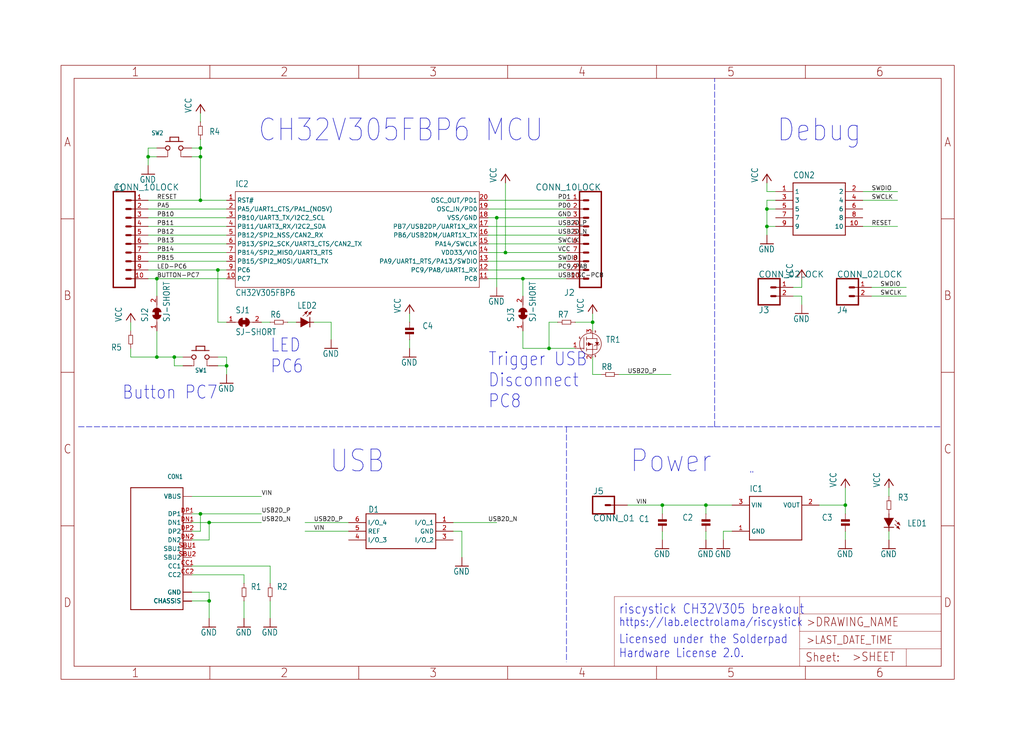
<source format=kicad_sch>
(kicad_sch (version 20211123) (generator eeschema)
  (paper "User" 298.45 217.881)
  (lib_symbols
    (symbol "eagleSchem-eagle-import:A4L-LOC"
      (symbol "A4L-LOC_0_0"
        (text "1" (at 21.6958 1.905 0) (effects (font (size 2.54 2.286))))
        (text "1" (at 21.6958 177.165 0) (effects (font (size 2.54 2.286))))
        (text "2" (at 65.0875 1.905 0) (effects (font (size 2.54 2.286))))
        (text "2" (at 65.0875 177.165 0) (effects (font (size 2.54 2.286))))
        (text "3" (at 108.4792 1.905 0) (effects (font (size 2.54 2.286))))
        (text "3" (at 108.4792 177.165 0) (effects (font (size 2.54 2.286))))
        (text "4" (at 151.8708 1.905 0) (effects (font (size 2.54 2.286))))
        (text "4" (at 151.8708 177.165 0) (effects (font (size 2.54 2.286))))
        (text "5" (at 195.2625 1.905 0) (effects (font (size 2.54 2.286))))
        (text "5" (at 195.2625 177.165 0) (effects (font (size 2.54 2.286))))
        (text "6" (at 238.6542 1.905 0) (effects (font (size 2.54 2.286))))
        (text "6" (at 238.6542 177.165 0) (effects (font (size 2.54 2.286))))
        (text "A" (at 1.905 156.6863 0) (effects (font (size 2.54 2.286))))
        (text "A" (at 258.445 156.6863 0) (effects (font (size 2.54 2.286))))
        (text "B" (at 1.905 111.9188 0) (effects (font (size 2.54 2.286))))
        (text "B" (at 258.445 111.9188 0) (effects (font (size 2.54 2.286))))
        (text "C" (at 1.905 67.1513 0) (effects (font (size 2.54 2.286))))
        (text "C" (at 258.445 67.1513 0) (effects (font (size 2.54 2.286))))
        (text "D" (at 1.905 22.3838 0) (effects (font (size 2.54 2.286))))
        (text "D" (at 258.445 22.3838 0) (effects (font (size 2.54 2.286))))
      )
      (symbol "A4L-LOC_1_0"
        (text ">DRAWING_NAME" (at 217.17 15.24 0) (effects (font (size 2.54 2.159)) (justify left bottom)))
        (text ">LAST_DATE_TIME" (at 217.17 10.16 0) (effects (font (size 2.286 1.9431)) (justify left bottom)))
        (text ">SHEET" (at 230.505 5.08 0) (effects (font (size 2.54 2.159)) (justify left bottom)))
        (text "Sheet:" (at 216.916 4.953 0) (effects (font (size 2.54 2.159)) (justify left bottom)))
      )
    )
    (symbol "eagleSchem-eagle-import:CAP-0402"
      (property "Reference" "C" (at -2.54 2.54 0))
      (property "Value" "CAP-0402" (at -2.54 -3.81 0))
      (symbol "CAP-0402_1_0"
        (pin passive line (at -2.54 0 0) (length 0) (name "1") (number "1"))
        (pin passive line (at 2.54 0 180) (length 0) (name "2") (number "2"))
      )
    )
    (symbol "eagleSchem-eagle-import:CAP-0603"
      (property "Reference" "C" (at -2.54 2.54 0))
      (property "Value" "CAP-0603" (at -2.54 -3.81 0))
      (symbol "CAP-0603_1_0"
        (pin passive line (at -2.54 0 0) (length 0) (name "1") (number "1"))
        (pin passive line (at 2.54 0 180) (length 0) (name "2") (number "2"))
      )
    )
    (symbol "eagleSchem-eagle-import:CONN_01"
      (property "Reference" "J" (at -2.54 3.048 0))
      (property "Value" "CONN_01" (at -2.54 -4.826 0))
      (symbol "CONN_01_1_0"
        (pin passive line (at 7.62 0 180) (length 5.08) (name "1") (number "1"))
      )
    )
    (symbol "eagleSchem-eagle-import:CONN_02LOCK"
      (property "Reference" "J" (at -2.54 5.588 0))
      (property "Value" "CONN_02LOCK" (at -2.54 -4.826 0))
      (symbol "CONN_02LOCK_1_0"
        (pin passive line (at 7.62 0 180) (length 5.08) (name "1") (number "1"))
        (pin passive line (at 7.62 2.54 180) (length 5.08) (name "2") (number "2"))
      )
    )
    (symbol "eagleSchem-eagle-import:CONN_10LOCK"
      (property "Reference" "J" (at 0 8.128 0))
      (property "Value" "CONN_10LOCK" (at 0 -22.606 0))
      (symbol "CONN_10LOCK_1_0"
        (pin passive line (at 10.16 -17.78 180) (length 5.08) (name "1") (number "1"))
        (pin passive line (at 10.16 5.08 180) (length 5.08) (name "10") (number "10"))
        (pin passive line (at 10.16 -15.24 180) (length 5.08) (name "2") (number "2"))
        (pin passive line (at 10.16 -12.7 180) (length 5.08) (name "3") (number "3"))
        (pin passive line (at 10.16 -10.16 180) (length 5.08) (name "4") (number "4"))
        (pin passive line (at 10.16 -7.62 180) (length 5.08) (name "5") (number "5"))
        (pin passive line (at 10.16 -5.08 180) (length 5.08) (name "6") (number "6"))
        (pin passive line (at 10.16 -2.54 180) (length 5.08) (name "7") (number "7"))
        (pin passive line (at 10.16 0 180) (length 5.08) (name "8") (number "8"))
        (pin passive line (at 10.16 2.54 180) (length 5.08) (name "9") (number "9"))
      )
    )
    (symbol "eagleSchem-eagle-import:CON_1.27MM_SMD_2X5_NOSHROUD"
      (property "Reference" "CON" (at -7.62 8.89 0))
      (property "Value" "CON_1.27MM_SMD_2X5_NOSHROUD" (at -7.62 -10.16 0))
      (symbol "CON_1.27MM_SMD_2X5_NOSHROUD_1_0"
        (pin bidirectional line (at -12.7 5.08 0) (length 5.08) (name "1") (number "1"))
        (pin bidirectional line (at 12.7 -5.08 180) (length 5.08) (name "10") (number "10"))
        (pin bidirectional line (at 12.7 5.08 180) (length 5.08) (name "2") (number "2"))
        (pin bidirectional line (at -12.7 2.54 0) (length 5.08) (name "3") (number "3"))
        (pin bidirectional line (at 12.7 2.54 180) (length 5.08) (name "4") (number "4"))
        (pin bidirectional line (at -12.7 0 0) (length 5.08) (name "5") (number "5"))
        (pin bidirectional line (at 12.7 0 180) (length 5.08) (name "6") (number "6"))
        (pin bidirectional line (at -12.7 -2.54 0) (length 5.08) (name "7") (number "7"))
        (pin bidirectional line (at 12.7 -2.54 180) (length 5.08) (name "8") (number "8"))
        (pin bidirectional line (at -12.7 -5.08 0) (length 5.08) (name "9") (number "9"))
      )
    )
    (symbol "eagleSchem-eagle-import:DIODE-TVS-SRV05-4"
      (property "Reference" "D" (at 26.67 7.62 0))
      (property "Value" "DIODE-TVS-SRV05-4" (at 26.67 5.08 0))
      (symbol "DIODE-TVS-SRV05-4_1_0"
        (pin bidirectional line (at 0 0 0) (length 5.08) (name "I/O_1") (number "1"))
        (pin bidirectional line (at 0 -2.54 0) (length 5.08) (name "GND") (number "2"))
        (pin bidirectional line (at 0 -5.08 0) (length 5.08) (name "I/O_2") (number "3"))
        (pin bidirectional line (at 30.48 -5.08 180) (length 5.08) (name "I/O_3") (number "4"))
        (pin bidirectional line (at 30.48 -2.54 180) (length 5.08) (name "REF") (number "5"))
        (pin bidirectional line (at 30.48 0 180) (length 5.08) (name "I/O_4") (number "6"))
      )
    )
    (symbol "eagleSchem-eagle-import:GND" (power)
      (property "Value" "GND" (at -2.54 -2.54 0))
      (symbol "GND_1_0"
        (pin power_in line (at 0 2.54 270) (length 2.54) (name "GND") (number "1"))
      )
    )
    (symbol "eagleSchem-eagle-import:LED-0805"
      (property "Reference" "LED" (at -2.3114 3.9116 0))
      (property "Value" "LED-0805" (at -2.5654 -4.4958 0))
      (symbol "LED-0805_1_0"
        (pin passive line (at -2.54 0 0) (length 2.54) (name "A") (number "A"))
        (pin passive line (at 2.54 0 180) (length 2.54) (name "C") (number "C"))
      )
    )
    (symbol "eagleSchem-eagle-import:MCU-CH32V305F"
      (property "Reference" "IC" (at -35.56 16.51 0))
      (property "Value" "MCU-CH32V305F" (at -35.56 -15.24 0))
      (symbol "MCU-CH32V305F_1_0"
        (pin bidirectional line (at -38.1 12.7 0) (length 2.54) (name "RST#") (number "1"))
        (pin bidirectional line (at -38.1 -10.16 0) (length 2.54) (name "PC7") (number "10"))
        (pin bidirectional line (at 38.1 -10.16 180) (length 2.54) (name "PC8") (number "11"))
        (pin bidirectional line (at 38.1 -7.62 180) (length 2.54) (name "PC9/PA8/UART1_RX") (number "12"))
        (pin bidirectional line (at 38.1 -5.08 180) (length 2.54) (name "PA9/UART1_RTS/PA13/SWDIO") (number "13"))
        (pin bidirectional line (at 38.1 -2.54 180) (length 2.54) (name "VDD33/VIO") (number "14"))
        (pin bidirectional line (at 38.1 0 180) (length 2.54) (name "PA14/SWCLK") (number "15"))
        (pin bidirectional line (at 38.1 2.54 180) (length 2.54) (name "PB6/USB2DM/UART1X_TX") (number "16"))
        (pin bidirectional line (at 38.1 5.08 180) (length 2.54) (name "PB7/USB2DP/UART1X_RX") (number "17"))
        (pin bidirectional line (at 38.1 7.62 180) (length 2.54) (name "VSS/GND") (number "18"))
        (pin bidirectional line (at 38.1 10.16 180) (length 2.54) (name "OSC_IN/PD0") (number "19"))
        (pin bidirectional line (at -38.1 10.16 0) (length 2.54) (name "PA5/UART1_CTS/PA1_(NO5V)") (number "2"))
        (pin bidirectional line (at 38.1 12.7 180) (length 2.54) (name "OSC_OUT/PD1") (number "20"))
        (pin bidirectional line (at -38.1 7.62 0) (length 2.54) (name "PB10/UART3_TX/I2C2_SCL") (number "3"))
        (pin bidirectional line (at -38.1 5.08 0) (length 2.54) (name "PB11/UART3_RX/I2C2_SDA") (number "4"))
        (pin bidirectional line (at -38.1 2.54 0) (length 2.54) (name "PB12/SPI2_NSS/CAN2_RX") (number "5"))
        (pin bidirectional line (at -38.1 0 0) (length 2.54) (name "PB13/SPI2_SCK/UART3_CTS/CAN2_TX") (number "6"))
        (pin bidirectional line (at -38.1 -2.54 0) (length 2.54) (name "PB14/SPI2_MISO/UART3_RTS") (number "7"))
        (pin bidirectional line (at -38.1 -5.08 0) (length 2.54) (name "PB15/SPI2_MOSI/UART1_TX") (number "8"))
        (pin bidirectional line (at -38.1 -7.62 0) (length 2.54) (name "PC6") (number "9"))
      )
    )
    (symbol "eagleSchem-eagle-import:MOSFET-P-SI2301CDS"
      (property "Reference" "TR" (at 3.81 0 0))
      (property "Value" "MOSFET-P-SI2301CDS" (at 3.81 -2.54 0))
      (symbol "MOSFET-P-SI2301CDS_1_0"
        (text "D" (at 0.508 2.032 0) (effects (font (size 0.508 0.4318)) (justify left bottom)))
        (text "G" (at -4.064 0.254 0) (effects (font (size 0.508 0.4318)) (justify left bottom)))
        (text "S" (at 0.508 -5.08 0) (effects (font (size 0.508 0.4318)) (justify left bottom)))
        (pin input line (at -5.08 -2.54 0) (length 0) (name "G") (number "1"))
        (pin input line (at 0 -5.08 90) (length 0) (name "S") (number "2"))
        (pin output line (at 0 2.54 270) (length 0) (name "D") (number "3"))
      )
    )
    (symbol "eagleSchem-eagle-import:POWER-LDO-XC6206P???MR"
      (property "Reference" "IC" (at -7.62 6.35 0))
      (property "Value" "POWER-LDO-XC6206P???MR" (at -7.62 -10.16 0))
      (symbol "POWER-LDO-XC6206P???MR_1_0"
        (pin bidirectional line (at -12.7 -5.08 0) (length 5.08) (name "GND") (number "1"))
        (pin bidirectional line (at 12.7 2.54 180) (length 5.08) (name "VOUT") (number "2"))
        (pin bidirectional line (at -12.7 2.54 0) (length 5.08) (name "VIN") (number "3"))
      )
    )
    (symbol "eagleSchem-eagle-import:PUSHBUTTON-4.2X3.2MM"
      (property "Reference" "SW" (at 3.175 3.175 0))
      (property "Value" "PUSHBUTTON-4.2X3.2MM" (at 3.175 1.905 0))
      (symbol "PUSHBUTTON-4.2X3.2MM_1_0"
        (pin bidirectional line (at -5.08 0 0) (length 2.54) (name "1_1") (number "1"))
        (pin bidirectional line (at -5.08 -2.54 0) (length 2.54) (name "1_2") (number "2"))
        (pin bidirectional line (at 5.08 0 180) (length 2.54) (name "2_1") (number "3"))
        (pin bidirectional line (at 5.08 -2.54 180) (length 2.54) (name "2_2") (number "4"))
      )
    )
    (symbol "eagleSchem-eagle-import:RES-0402"
      (property "Reference" "R" (at -2.54 1.27 0))
      (property "Value" "RES-0402" (at -2.54 -2.54 0))
      (symbol "RES-0402_1_0"
        (pin passive line (at -2.54 0 0) (length 0) (name "1") (number "1"))
        (pin passive line (at 2.54 0 180) (length 0) (name "2") (number "2"))
      )
    )
    (symbol "eagleSchem-eagle-import:SJ-SHORT"
      (property "Reference" "SJ" (at -2.54 2.54 0))
      (property "Value" "SJ-SHORT" (at -2.54 -3.81 0))
      (symbol "SJ-SHORT_1_0"
        (pin passive line (at -5.08 0 0) (length 2.54) (name "1") (number "1"))
        (pin passive line (at 5.08 0 180) (length 2.54) (name "2") (number "2"))
      )
    )
    (symbol "eagleSchem-eagle-import:USBC_USB-C-12"
      (property "Reference" "CON" (at 0 38.1 0))
      (property "Value" "USBC_USB-C-12" (at 0 -2.54 0))
      (symbol "USBC_USB-C-12_1_0"
        (pin bidirectional line (at -2.54 12.7 0) (length 2.54) (name "CC1") (number "CC1"))
        (pin bidirectional line (at -2.54 10.16 0) (length 2.54) (name "CC2") (number "CC2"))
        (pin bidirectional line (at -2.54 25.4 0) (length 2.54) (name "DN1") (number "DN1"))
        (pin bidirectional line (at -2.54 20.32 0) (length 2.54) (name "DN2") (number "DN2"))
        (pin bidirectional line (at -2.54 27.94 0) (length 2.54) (name "DP1") (number "DP1"))
        (pin bidirectional line (at -2.54 22.86 0) (length 2.54) (name "DP2") (number "DP2"))
        (pin bidirectional line (at -2.54 5.08 0) (length 2.54) (name "GND") (number "GND@1"))
        (pin bidirectional line (at -2.54 5.08 0) (length 2.54) (name "GND") (number "GND@2"))
        (pin bidirectional line (at -2.54 2.54 0) (length 2.54) (name "CHASSIS") (number "P$1"))
        (pin bidirectional line (at -2.54 2.54 0) (length 2.54) (name "CHASSIS") (number "P$2"))
        (pin bidirectional line (at -2.54 2.54 0) (length 2.54) (name "CHASSIS") (number "P$3"))
        (pin bidirectional line (at -2.54 2.54 0) (length 2.54) (name "CHASSIS") (number "P$4"))
        (pin bidirectional line (at -2.54 2.54 0) (length 2.54) (name "CHASSIS") (number "P$5"))
        (pin bidirectional line (at -2.54 2.54 0) (length 2.54) (name "CHASSIS") (number "P$6"))
        (pin bidirectional line (at -2.54 2.54 0) (length 2.54) (name "CHASSIS") (number "P$7"))
        (pin bidirectional line (at -2.54 2.54 0) (length 2.54) (name "CHASSIS") (number "P$8"))
        (pin bidirectional line (at -2.54 17.78 0) (length 2.54) (name "SBU1") (number "SBU1"))
        (pin bidirectional line (at -2.54 15.24 0) (length 2.54) (name "SBU2") (number "SBU2"))
        (pin bidirectional line (at -2.54 33.02 0) (length 2.54) (name "VBUS") (number "VBUS@1"))
        (pin bidirectional line (at -2.54 33.02 0) (length 2.54) (name "VBUS") (number "VBUS@2"))
      )
    )
    (symbol "eagleSchem-eagle-import:VCC" (power)
      (property "Value" "VCC" (at -2.54 -2.54 90))
      (symbol "VCC_1_0"
        (pin power_in line (at 0 -2.54 90) (length 2.54) (name "VCC") (number "1"))
      )
    )
  )
  (junction (at 223.52 60.96))
  (junction (at 60.96 152.4))
  (junction (at 152.4 81.28))
  (junction (at 45.72 104.14))
  (junction (at 246.38 147.32))
  (junction (at 58.42 149.86))
  (junction (at 223.52 66.04))
  (junction (at 172.72 93.98))
  (junction (at 144.78 63.5))
  (junction (at 205.74 147.32))
  (junction (at 193.04 147.32))
  (junction (at 160.02 101.6))
  (junction (at 147.32 73.66))
  (junction (at 63.5 78.74))
  (junction (at 43.18 45.72))
  (junction (at 66.04 106.68))
  (junction (at 45.72 81.28))
  (junction (at 58.42 58.42))
  (junction (at 60.96 175.26))
  (junction (at 50.8 104.14))
  (junction (at 58.42 43.18))
  (junction (at 58.42 45.72))
  (wire (pts (xy 152.4 81.28) (xy 165.1 81.28)))
  (wire (pts (xy 53.34 104.14) (xy 50.8 104.14)))
  (wire (pts (xy 63.5 78.74) (xy 66.04 78.74)))
  (wire (pts (xy 55.88 167.64) (xy 71.12 167.64)))
  (wire (pts (xy 132.08 152.4) (xy 144.78 152.4)))
  (wire (pts (xy 223.52 58.42) (xy 223.52 60.96)))
  (wire (pts (xy 172.72 93.98) (xy 172.72 96.52)))
  (wire (pts (xy 66.04 106.68) (xy 66.04 109.22)))
  (wire (pts (xy 43.18 58.42) (xy 58.42 58.42)))
  (wire (pts (xy 226.06 58.42) (xy 223.52 58.42)))
  (wire (pts (xy 142.24 73.66) (xy 147.32 73.66)))
  (wire (pts (xy 63.5 106.68) (xy 66.04 106.68)))
  (wire (pts (xy 60.96 175.26) (xy 60.96 180.34)))
  (wire (pts (xy 50.8 104.14) (xy 45.72 104.14)))
  (wire (pts (xy 233.68 86.36) (xy 233.68 88.9)))
  (wire (pts (xy 264.16 86.36) (xy 254 86.36)))
  (wire (pts (xy 45.72 45.72) (xy 43.18 45.72)))
  (wire (pts (xy 147.32 73.66) (xy 165.1 73.66)))
  (wire (pts (xy 63.5 93.98) (xy 63.5 78.74)))
  (wire (pts (xy 226.06 55.88) (xy 223.52 55.88)))
  (wire (pts (xy 246.38 149.86) (xy 246.38 147.32)))
  (wire (pts (xy 144.78 63.5) (xy 144.78 83.82)))
  (wire (pts (xy 58.42 154.94) (xy 58.42 149.86)))
  (wire (pts (xy 142.24 81.28) (xy 152.4 81.28)))
  (wire (pts (xy 119.38 91.44) (xy 119.38 93.98)))
  (wire (pts (xy 142.24 78.74) (xy 165.1 78.74)))
  (wire (pts (xy 142.24 66.04) (xy 165.1 66.04)))
  (wire (pts (xy 261.62 58.42) (xy 251.46 58.42)))
  (wire (pts (xy 43.18 66.04) (xy 66.04 66.04)))
  (polyline (pts (xy 165.1 124.46) (xy 208.28 124.46)))
  (wire (pts (xy 205.74 147.32) (xy 213.36 147.32)))
  (wire (pts (xy 142.24 71.12) (xy 165.1 71.12)))
  (wire (pts (xy 43.18 43.18) (xy 43.18 45.72)))
  (wire (pts (xy 246.38 142.24) (xy 246.38 147.32)))
  (wire (pts (xy 142.24 68.58) (xy 165.1 68.58)))
  (wire (pts (xy 193.04 154.94) (xy 193.04 157.48)))
  (wire (pts (xy 43.18 73.66) (xy 66.04 73.66)))
  (wire (pts (xy 60.96 152.4) (xy 76.2 152.4)))
  (wire (pts (xy 55.88 157.48) (xy 60.96 157.48)))
  (wire (pts (xy 88.9 152.4) (xy 101.6 152.4)))
  (wire (pts (xy 172.72 104.14) (xy 172.72 109.22)))
  (wire (pts (xy 152.4 96.52) (xy 152.4 101.6)))
  (wire (pts (xy 261.62 66.04) (xy 251.46 66.04)))
  (wire (pts (xy 43.18 71.12) (xy 66.04 71.12)))
  (wire (pts (xy 152.4 86.36) (xy 152.4 81.28)))
  (wire (pts (xy 172.72 109.22) (xy 175.26 109.22)))
  (wire (pts (xy 205.74 154.94) (xy 205.74 157.48)))
  (wire (pts (xy 134.62 154.94) (xy 134.62 162.56)))
  (wire (pts (xy 167.64 93.98) (xy 172.72 93.98)))
  (wire (pts (xy 55.88 154.94) (xy 58.42 154.94)))
  (wire (pts (xy 58.42 58.42) (xy 66.04 58.42)))
  (wire (pts (xy 66.04 93.98) (xy 63.5 93.98)))
  (wire (pts (xy 78.74 93.98) (xy 76.2 93.98)))
  (wire (pts (xy 55.88 152.4) (xy 60.96 152.4)))
  (wire (pts (xy 231.14 86.36) (xy 233.68 86.36)))
  (wire (pts (xy 142.24 60.96) (xy 165.1 60.96)))
  (wire (pts (xy 205.74 147.32) (xy 205.74 149.86)))
  (wire (pts (xy 58.42 35.56) (xy 58.42 33.02)))
  (polyline (pts (xy 208.28 124.46) (xy 208.28 22.86)))
  (wire (pts (xy 238.76 147.32) (xy 246.38 147.32)))
  (wire (pts (xy 101.6 154.94) (xy 88.9 154.94)))
  (wire (pts (xy 55.88 175.26) (xy 60.96 175.26)))
  (wire (pts (xy 246.38 154.94) (xy 246.38 157.48)))
  (wire (pts (xy 45.72 81.28) (xy 66.04 81.28)))
  (wire (pts (xy 144.78 63.5) (xy 165.1 63.5)))
  (wire (pts (xy 71.12 175.26) (xy 71.12 180.34)))
  (polyline (pts (xy 22.86 124.46) (xy 165.1 124.46)))
  (wire (pts (xy 71.12 167.64) (xy 71.12 170.18)))
  (wire (pts (xy 55.88 149.86) (xy 58.42 149.86)))
  (wire (pts (xy 162.56 93.98) (xy 160.02 93.98)))
  (wire (pts (xy 50.8 106.68) (xy 50.8 104.14)))
  (wire (pts (xy 43.18 81.28) (xy 45.72 81.28)))
  (wire (pts (xy 142.24 76.2) (xy 165.1 76.2)))
  (wire (pts (xy 55.88 165.1) (xy 78.74 165.1)))
  (wire (pts (xy 38.1 96.52) (xy 38.1 93.98)))
  (wire (pts (xy 147.32 73.66) (xy 147.32 53.34)))
  (wire (pts (xy 53.34 106.68) (xy 50.8 106.68)))
  (wire (pts (xy 172.72 91.44) (xy 172.72 93.98)))
  (wire (pts (xy 96.52 93.98) (xy 96.52 99.06)))
  (wire (pts (xy 160.02 93.98) (xy 160.02 101.6)))
  (wire (pts (xy 58.42 45.72) (xy 58.42 43.18)))
  (wire (pts (xy 78.74 175.26) (xy 78.74 180.34)))
  (wire (pts (xy 233.68 83.82) (xy 233.68 81.28)))
  (wire (pts (xy 43.18 68.58) (xy 66.04 68.58)))
  (wire (pts (xy 180.34 109.22) (xy 195.58 109.22)))
  (wire (pts (xy 223.52 60.96) (xy 223.52 66.04)))
  (wire (pts (xy 43.18 78.74) (xy 63.5 78.74)))
  (wire (pts (xy 210.82 154.94) (xy 210.82 157.48)))
  (wire (pts (xy 45.72 96.52) (xy 45.72 104.14)))
  (wire (pts (xy 132.08 154.94) (xy 134.62 154.94)))
  (wire (pts (xy 58.42 149.86) (xy 76.2 149.86)))
  (wire (pts (xy 43.18 63.5) (xy 66.04 63.5)))
  (wire (pts (xy 60.96 157.48) (xy 60.96 152.4)))
  (wire (pts (xy 259.08 154.94) (xy 259.08 157.48)))
  (wire (pts (xy 167.64 101.6) (xy 160.02 101.6)))
  (wire (pts (xy 226.06 66.04) (xy 223.52 66.04)))
  (polyline (pts (xy 208.28 124.46) (xy 274.32 124.46)))
  (wire (pts (xy 55.88 45.72) (xy 58.42 45.72)))
  (wire (pts (xy 213.36 154.94) (xy 210.82 154.94)))
  (wire (pts (xy 55.88 144.78) (xy 76.2 144.78)))
  (wire (pts (xy 91.44 93.98) (xy 96.52 93.98)))
  (wire (pts (xy 264.16 83.82) (xy 254 83.82)))
  (wire (pts (xy 45.72 43.18) (xy 43.18 43.18)))
  (wire (pts (xy 78.74 165.1) (xy 78.74 170.18)))
  (wire (pts (xy 119.38 99.06) (xy 119.38 101.6)))
  (wire (pts (xy 43.18 60.96) (xy 66.04 60.96)))
  (wire (pts (xy 226.06 60.96) (xy 223.52 60.96)))
  (wire (pts (xy 45.72 104.14) (xy 38.1 104.14)))
  (wire (pts (xy 43.18 76.2) (xy 66.04 76.2)))
  (wire (pts (xy 58.42 45.72) (xy 58.42 58.42)))
  (wire (pts (xy 193.04 147.32) (xy 182.88 147.32)))
  (wire (pts (xy 43.18 45.72) (xy 43.18 48.26)))
  (wire (pts (xy 66.04 104.14) (xy 66.04 106.68)))
  (wire (pts (xy 86.36 93.98) (xy 83.82 93.98)))
  (wire (pts (xy 223.52 66.04) (xy 223.52 68.58)))
  (wire (pts (xy 142.24 58.42) (xy 165.1 58.42)))
  (wire (pts (xy 38.1 104.14) (xy 38.1 101.6)))
  (wire (pts (xy 193.04 149.86) (xy 193.04 147.32)))
  (wire (pts (xy 160.02 101.6) (xy 152.4 101.6)))
  (wire (pts (xy 58.42 43.18) (xy 58.42 40.64)))
  (wire (pts (xy 193.04 147.32) (xy 205.74 147.32)))
  (wire (pts (xy 45.72 86.36) (xy 45.72 81.28)))
  (wire (pts (xy 142.24 63.5) (xy 144.78 63.5)))
  (wire (pts (xy 261.62 55.88) (xy 251.46 55.88)))
  (wire (pts (xy 55.88 172.72) (xy 60.96 172.72)))
  (wire (pts (xy 223.52 55.88) (xy 223.52 53.34)))
  (polyline (pts (xy 165.1 124.46) (xy 165.1 193.04)))
  (wire (pts (xy 63.5 104.14) (xy 66.04 104.14)))
  (wire (pts (xy 231.14 83.82) (xy 233.68 83.82)))
  (wire (pts (xy 259.08 144.78) (xy 259.08 142.24)))
  (wire (pts (xy 55.88 43.18) (xy 58.42 43.18)))
  (wire (pts (xy 60.96 172.72) (xy 60.96 175.26)))
  (text "Licensed under the Solderpad\nHardware License 2.0." (at 180.34 188.595 0) (effects (font (size 2.54 2.159)) (justify left)))
  (text "CH32V305FBP6 MCU" (at 116.84 38.1 180) (effects (font (size 6.35 5.3975))))
  (text "LED\nPC6" (at 78.74 109.22 180) (effects (font (size 3.81 3.2385)) (justify left bottom)))
  (text "Debug" (at 238.76 38.1 180) (effects (font (size 6.35 5.3975))))
  (text "USB" (at 104.14 134.62 180) (effects (font (size 6.35 5.3975))))
  (text "Trigger USB\nDisconnect\nPC8" (at 142.24 119.38 180) (effects (font (size 3.81 3.2385)) (justify left bottom)))
  (text "Button PC7" (at 35.56 116.84 180) (effects (font (size 3.81 3.2385)) (justify left bottom)))
  (text "Power" (at 195.58 134.62 180) (effects (font (size 6.35 5.3975))))
  (text "riscystick CH32V305 breakout" (at 180.34 177.8 180) (effects (font (size 2.794 2.3749)) (justify left)))
  (text "https://lab.electrolama/riscystick" (at 180.34 181.61 180) (effects (font (size 2.413 2.051)) (justify left)))
  (text "\"" (at 218.44 139.7 180) (effects (font (size 1.778 1.5113)) (justify left bottom)))
  (label "USB2D_P" (at 162.56 66.04 0) (effects (font (size 1.2446 1.2446))))
  (label "USB2D_N" (at 142.24 152.4 0) (effects (font (size 1.2446 1.2446))))
  (label "VCC" (at 162.56 73.66 0) (effects (font (size 1.2446 1.2446))))
  (label "PB12" (at 45.72 68.58 0) (effects (font (size 1.2446 1.2446))))
  (label "USB2D_N" (at 162.56 68.58 0) (effects (font (size 1.2446 1.2446))))
  (label "PB11" (at 45.72 66.04 0) (effects (font (size 1.2446 1.2446))))
  (label "USB2D_N" (at 76.2 152.4 0) (effects (font (size 1.2446 1.2446))))
  (label "PB10" (at 45.72 63.5 0) (effects (font (size 1.2446 1.2446))))
  (label "VIN" (at 76.2 144.78 0) (effects (font (size 1.2446 1.2446))))
  (label "BUTTON-PC7" (at 45.72 81.28 0) (effects (font (size 1.2446 1.2446))))
  (label "PC9/PA8" (at 162.56 78.74 0) (effects (font (size 1.2446 1.2446))))
  (label "PB15" (at 45.72 76.2 0) (effects (font (size 1.2446 1.2446))))
  (label "PD1" (at 162.56 58.42 0) (effects (font (size 1.2446 1.2446))))
  (label "VIN" (at 91.44 154.94 0) (effects (font (size 1.2446 1.2446))))
  (label "USB2D_P" (at 76.2 149.86 0) (effects (font (size 1.2446 1.2446))))
  (label "SWCLK" (at 256.54 86.36 0) (effects (font (size 1.2446 1.2446))))
  (label "SWDIO" (at 162.56 76.2 0) (effects (font (size 1.2446 1.2446))))
  (label "VIN" (at 185.42 147.32 0) (effects (font (size 1.2446 1.2446))))
  (label "SWDIO" (at 256.54 83.82 0) (effects (font (size 1.2446 1.2446))))
  (label "PA5" (at 45.72 60.96 0) (effects (font (size 1.2446 1.2446))))
  (label "USB2D_P" (at 91.44 152.4 0) (effects (font (size 1.2446 1.2446))))
  (label "PB14" (at 45.72 73.66 0) (effects (font (size 1.2446 1.2446))))
  (label "LED-PC6" (at 45.72 78.74 0) (effects (font (size 1.2446 1.2446))))
  (label "SWCLK" (at 254 58.42 0) (effects (font (size 1.2446 1.2446))))
  (label "RESET" (at 45.72 58.42 0) (effects (font (size 1.2446 1.2446))))
  (label "SWCLK" (at 162.56 71.12 0) (effects (font (size 1.2446 1.2446))))
  (label "GND" (at 162.56 63.5 0) (effects (font (size 1.2446 1.2446))))
  (label "USB2D_P" (at 182.88 109.22 0) (effects (font (size 1.2446 1.2446))))
  (label "PD0" (at 162.56 60.96 0) (effects (font (size 1.2446 1.2446))))
  (label "USBDISC-PC8" (at 162.56 81.28 0) (effects (font (size 1.2446 1.2446))))
  (label "SWDIO" (at 254 55.88 0) (effects (font (size 1.2446 1.2446))))
  (label "RESET" (at 254 66.04 0) (effects (font (size 1.2446 1.2446))))
  (label "PB13" (at 45.72 71.12 0) (effects (font (size 1.2446 1.2446))))
  (symbol (lib_id "eagleSchem-eagle-import:MCU-CH32V305F") (at 104.14 71.12 0) (unit 1)
    (property "Reference" "IC2" (at 68.58 54.61 0) (effects (font (size 1.778 1.5113)) (justify left bottom)))
    (property "Value" "CH32V305FBP6" (at 68.58 86.36 0) (effects (font (size 1.778 1.5113)) (justify left bottom)))
    (property "Footprint" "eagleSchem:TSSOP20-WCH" (effects hide))
  )
  (symbol (lib_id "eagleSchem-eagle-import:SJ-SHORT") (at 152.4 91.44 90) (unit 1)
    (property "Reference" "SJ3" (at 149.86 93.98 0) (effects (font (size 1.778 1.5113)) (justify left bottom)))
    (property "Value" "SJ-SHORT" (at 156.21 93.98 0) (effects (font (size 1.778 1.5113)) (justify left bottom)))
    (property "Footprint" "eagleSchem:SJ-SHORT" (effects hide))
  )
  (symbol (lib_id "eagleSchem-eagle-import:GND") (at 210.82 160.02 0) (unit 1)
    (property "Reference" "#GND24" (effects hide))
    (property "Value" "GND" (at 208.28 162.56 0) (effects (font (size 1.778 1.5113)) (justify left bottom)))
    (property "Footprint" "eagleSchem:" (effects hide))
  )
  (symbol (lib_id "eagleSchem-eagle-import:CONN_01") (at 175.26 147.32 0) (unit 1)
    (property "Reference" "J5" (at 172.72 144.272 0) (effects (font (size 1.778 1.778)) (justify left bottom)))
    (property "Value" "CONN_01" (at 172.72 152.146 0) (effects (font (size 1.778 1.778)) (justify left bottom)))
    (property "Footprint" "eagleSchem:1X01" (effects hide))
  )
  (symbol (lib_id "eagleSchem-eagle-import:CAP-0603") (at 193.04 152.4 270) (unit 1)
    (property "Reference" "C1" (at 189.357 150.3426 90) (effects (font (size 1.778 1.5113)) (justify right top)))
    (property "Value" "10u" (at 189.357 152.8826 90) (effects (font (size 1.778 1.5113)) (justify right top)))
    (property "Footprint" "eagleSchem:_PKG_C_0603" (effects hide))
    (property "Value" "10u" (effects hide))
  )
  (symbol (lib_id "eagleSchem-eagle-import:DIODE-TVS-SRV05-4") (at 132.08 152.4 0) (mirror y) (unit 1)
    (property "Reference" "D1" (at 107.315 148.59 0) (effects (font (size 1.778 1.5113)) (justify right)))
    (property "Value" "SRV05-4" (at 106.68 161.925 0) (effects (font (size 1.778 1.5113)) (justify right)))
    (property "Footprint" "eagleSchem:SOT95P280X145-6N" (effects hide))
    (property "Value" "SRV05-4" (effects hide))
  )
  (symbol (lib_id "eagleSchem-eagle-import:CAP-0402") (at 119.38 96.52 270) (unit 1)
    (property "Reference" "C4" (at 123.063 96.0374 90) (effects (font (size 1.778 1.5113)) (justify left bottom)))
    (property "Value" "100n" (at 123.063 98.5774 90) (effects (font (size 1.778 1.5113)) (justify left bottom)))
    (property "Footprint" "eagleSchem:_PKG_C_0402" (effects hide))
    (property "Value" "100n" (effects hide))
  )
  (symbol (lib_id "eagleSchem-eagle-import:VCC") (at 246.38 139.7 0) (unit 1)
    (property "Reference" "#P+1" (effects hide))
    (property "Value" "VCC" (at 243.84 142.24 90) (effects (font (size 1.778 1.5113)) (justify left bottom)))
    (property "Footprint" "eagleSchem:" (effects hide))
  )
  (symbol (lib_id "eagleSchem-eagle-import:GND") (at 223.52 71.12 0) (unit 1)
    (property "Reference" "#GND17" (effects hide))
    (property "Value" "GND" (at 220.98 73.66 0) (effects (font (size 1.778 1.5113)) (justify left bottom)))
    (property "Footprint" "eagleSchem:" (effects hide))
  )
  (symbol (lib_id "eagleSchem-eagle-import:MOSFET-P-SI2301CDS") (at 172.72 99.06 0) (unit 1)
    (property "Reference" "TR1" (at 176.53 99.06 0) (effects (font (size 1.778 1.5113)) (justify left)))
    (property "Value" "SI2301CDS" (at 176.53 101.6 0) (effects (font (size 1.778 1.5113)) (justify left)))
    (property "Footprint" "eagleSchem:SOT96P237X111-3N" (effects hide))
    (property "Value" "SI2301CDS" (effects hide))
  )
  (symbol (lib_id "eagleSchem-eagle-import:RES-0402") (at 165.1 93.98 180) (unit 1)
    (property "Reference" "R7" (at 162.56 92.71 0) (effects (font (size 1.778 1.5113)) (justify right top)))
    (property "Value" "100k" (at 162.56 97.79 0) (effects (font (size 1.778 1.5113)) (justify right top)))
    (property "Footprint" "eagleSchem:_PKG_R_0402" (effects hide))
    (property "Value" "100k" (effects hide))
  )
  (symbol (lib_id "eagleSchem-eagle-import:RES-0402") (at 81.28 93.98 180) (unit 1)
    (property "Reference" "R6" (at 78.74 92.71 0) (effects (font (size 1.778 1.5113)) (justify right top)))
    (property "Value" "1k" (at 78.74 97.79 0) (effects (font (size 1.778 1.5113)) (justify right top)))
    (property "Footprint" "eagleSchem:_PKG_R_0402" (effects hide))
    (property "Value" "1k" (effects hide))
  )
  (symbol (lib_id "eagleSchem-eagle-import:GND") (at 134.62 165.1 0) (unit 1)
    (property "Reference" "#GND20" (effects hide))
    (property "Value" "GND" (at 132.08 167.64 0) (effects (font (size 1.778 1.5113)) (justify left bottom)))
    (property "Footprint" "eagleSchem:" (effects hide))
  )
  (symbol (lib_id "eagleSchem-eagle-import:GND") (at 60.96 182.88 0) (unit 1)
    (property "Reference" "#GND12" (effects hide))
    (property "Value" "GND" (at 58.42 185.42 0) (effects (font (size 1.778 1.5113)) (justify left bottom)))
    (property "Footprint" "eagleSchem:" (effects hide))
  )
  (symbol (lib_id "eagleSchem-eagle-import:USBC_USB-C-12") (at 53.34 177.8 0) (mirror y) (unit 1)
    (property "Reference" "CON1" (at 53.34 139.7 0) (effects (font (size 1.27 1.0795)) (justify left bottom)))
    (property "Value" "TYPE-C-31-M-12" (at 53.34 180.34 0) (effects (font (size 1.27 1.0795)) (justify left bottom)))
    (property "Footprint" "eagleSchem:USBC_C-31-M-12" (effects hide))
    (property "Value" "TYPE-C-31-M-12" (effects hide))
  )
  (symbol (lib_id "eagleSchem-eagle-import:PUSHBUTTON-4.2X3.2MM") (at 50.8 43.18 0) (unit 1)
    (property "Reference" "SW2" (at 47.625 38.1 0) (effects (font (size 1.27 1.0795)) (justify right top)))
    (property "Value" "SKRPACE010" (at 47.625 40.005 0) (effects (font (size 1.27 1.0795)) (justify right top)))
    (property "Footprint" "eagleSchem:PUSHBUTTON-4.2X3.2MM" (effects hide))
    (property "Value" "SKRPACE010" (effects hide))
  )
  (symbol (lib_id "eagleSchem-eagle-import:VCC") (at 147.32 50.8 0) (unit 1)
    (property "Reference" "#P+2" (effects hide))
    (property "Value" "VCC" (at 144.78 53.34 90) (effects (font (size 1.778 1.5113)) (justify left bottom)))
    (property "Footprint" "eagleSchem:" (effects hide))
  )
  (symbol (lib_id "eagleSchem-eagle-import:VCC") (at 119.38 88.9 0) (unit 1)
    (property "Reference" "#P+3" (effects hide))
    (property "Value" "VCC" (at 116.84 91.44 90) (effects (font (size 1.778 1.5113)) (justify left bottom)))
    (property "Footprint" "eagleSchem:" (effects hide))
  )
  (symbol (lib_id "eagleSchem-eagle-import:RES-0402") (at 78.74 172.72 90) (unit 1)
    (property "Reference" "R2" (at 80.645 172.085 90) (effects (font (size 1.778 1.5113)) (justify right top)))
    (property "Value" "5k1" (at 80.645 174.625 90) (effects (font (size 1.778 1.5113)) (justify right top)))
    (property "Footprint" "eagleSchem:_PKG_R_0402" (effects hide))
    (property "Value" "5k1" (effects hide))
  )
  (symbol (lib_id "eagleSchem-eagle-import:GND") (at 193.04 160.02 0) (unit 1)
    (property "Reference" "#GND1" (effects hide))
    (property "Value" "GND" (at 190.5 162.56 0) (effects (font (size 1.778 1.5113)) (justify left bottom)))
    (property "Footprint" "eagleSchem:" (effects hide))
  )
  (symbol (lib_id "eagleSchem-eagle-import:GND") (at 96.52 101.6 0) (unit 1)
    (property "Reference" "#GND6" (effects hide))
    (property "Value" "GND" (at 93.98 104.14 0) (effects (font (size 1.778 1.5113)) (justify left bottom)))
    (property "Footprint" "eagleSchem:" (effects hide))
  )
  (symbol (lib_id "eagleSchem-eagle-import:GND") (at 71.12 182.88 0) (unit 1)
    (property "Reference" "#GND22" (effects hide))
    (property "Value" "GND" (at 68.58 185.42 0) (effects (font (size 1.778 1.5113)) (justify left bottom)))
    (property "Footprint" "eagleSchem:" (effects hide))
  )
  (symbol (lib_id "eagleSchem-eagle-import:VCC") (at 38.1 91.44 0) (unit 1)
    (property "Reference" "#P+7" (effects hide))
    (property "Value" "VCC" (at 35.56 93.98 90) (effects (font (size 1.778 1.5113)) (justify left bottom)))
    (property "Footprint" "eagleSchem:" (effects hide))
  )
  (symbol (lib_id "eagleSchem-eagle-import:RES-0402") (at 38.1 99.06 270) (unit 1)
    (property "Reference" "R5" (at 35.56 100.33 90) (effects (font (size 1.778 1.5113)) (justify right top)))
    (property "Value" "100k" (at 35.56 102.87 90) (effects (font (size 1.778 1.5113)) (justify right top)))
    (property "Footprint" "eagleSchem:_PKG_R_0402" (effects hide))
    (property "Value" "100k" (effects hide))
  )
  (symbol (lib_id "eagleSchem-eagle-import:RES-0402") (at 71.12 172.72 90) (unit 1)
    (property "Reference" "R1" (at 73.025 172.085 90) (effects (font (size 1.778 1.5113)) (justify right top)))
    (property "Value" "5k1" (at 73.025 174.625 90) (effects (font (size 1.778 1.5113)) (justify right top)))
    (property "Footprint" "eagleSchem:_PKG_R_0402" (effects hide))
    (property "Value" "5k1" (effects hide))
  )
  (symbol (lib_id "eagleSchem-eagle-import:CON_1.27MM_SMD_2X5_NOSHROUD") (at 238.76 60.96 0) (unit 1)
    (property "Reference" "CON2" (at 231.14 52.07 0) (effects (font (size 1.778 1.5113)) (justify left bottom)))
    (property "Value" "2x5 1.27mm Header" (at 231.14 71.12 0) (effects (font (size 1.27 1.0795)) (justify left bottom)))
    (property "Footprint" "eagleSchem:PZ127VS-12-10-H10-A38" (effects hide))
    (property "Value" "2x5 1.27mm Header" (effects hide))
  )
  (symbol (lib_id "eagleSchem-eagle-import:LED-0805") (at 88.9 93.98 0) (unit 1)
    (property "Reference" "LED2" (at 86.5886 90.0684 0) (effects (font (size 1.778 1.5113)) (justify left bottom)))
    (property "Value" "Red" (at 86.3346 98.4758 0) (effects (font (size 1.778 1.5113)) (justify left bottom)))
    (property "Footprint" "eagleSchem:_PKG_LED_0805" (effects hide))
    (property "Value" "Red" (effects hide))
  )
  (symbol (lib_id "eagleSchem-eagle-import:A4L-LOC") (at 17.78 198.12 0) (unit 1)
    (property "Reference" "#FRAME1" (effects hide))
    (property "Value" "A4L-LOC" (effects hide))
    (property "Footprint" "eagleSchem:" (effects hide))
  )
  (symbol (lib_id "eagleSchem-eagle-import:RES-0402") (at 259.08 147.32 90) (unit 1)
    (property "Reference" "R3" (at 261.62 146.05 90) (effects (font (size 1.778 1.5113)) (justify right top)))
    (property "Value" "1k" (at 261.62 148.59 90) (effects (font (size 1.778 1.5113)) (justify right top)))
    (property "Footprint" "eagleSchem:_PKG_R_0402" (effects hide))
    (property "Value" "1k" (effects hide))
  )
  (symbol (lib_id "eagleSchem-eagle-import:CONN_02LOCK") (at 246.38 83.82 0) (mirror x) (unit 1)
    (property "Reference" "J4" (at 243.84 89.408 0) (effects (font (size 1.778 1.778)) (justify left bottom)))
    (property "Value" "CONN_02LOCK" (at 243.84 78.994 0) (effects (font (size 1.778 1.778)) (justify left bottom)))
    (property "Footprint" "eagleSchem:1X02_LOCK" (effects hide))
  )
  (symbol (lib_id "eagleSchem-eagle-import:CONN_10LOCK") (at 33.02 76.2 0) (mirror x) (unit 1)
    (property "Reference" "J1" (at 33.02 53.848 0) (effects (font (size 1.778 1.778)) (justify left bottom)))
    (property "Value" "CONN_10LOCK" (at 33.02 53.594 0) (effects (font (size 1.778 1.778)) (justify left bottom)))
    (property "Footprint" "eagleSchem:1X10_LOCK" (effects hide))
  )
  (symbol (lib_id "eagleSchem-eagle-import:SJ-SHORT") (at 71.12 93.98 0) (unit 1)
    (property "Reference" "SJ1" (at 68.58 91.44 0) (effects (font (size 1.778 1.5113)) (justify left bottom)))
    (property "Value" "SJ-SHORT" (at 68.58 97.79 0) (effects (font (size 1.778 1.5113)) (justify left bottom)))
    (property "Footprint" "eagleSchem:SJ-SHORT" (effects hide))
  )
  (symbol (lib_id "eagleSchem-eagle-import:VCC") (at 58.42 30.48 0) (unit 1)
    (property "Reference" "#P+4" (effects hide))
    (property "Value" "VCC" (at 55.88 33.02 90) (effects (font (size 1.778 1.5113)) (justify left bottom)))
    (property "Footprint" "eagleSchem:" (effects hide))
  )
  (symbol (lib_id "eagleSchem-eagle-import:GND") (at 144.78 86.36 0) (unit 1)
    (property "Reference" "#GND4" (effects hide))
    (property "Value" "GND" (at 142.24 88.9 0) (effects (font (size 1.778 1.5113)) (justify left bottom)))
    (property "Footprint" "eagleSchem:" (effects hide))
  )
  (symbol (lib_id "eagleSchem-eagle-import:RES-0402") (at 177.8 109.22 180) (unit 1)
    (property "Reference" "R8" (at 175.26 107.95 0) (effects (font (size 1.778 1.5113)) (justify right top)))
    (property "Value" "1k" (at 175.26 113.03 0) (effects (font (size 1.778 1.5113)) (justify right top)))
    (property "Footprint" "eagleSchem:_PKG_R_0402" (effects hide))
    (property "Value" "1k" (effects hide))
  )
  (symbol (lib_id "eagleSchem-eagle-import:GND") (at 233.68 91.44 0) (unit 1)
    (property "Reference" "#GND10" (effects hide))
    (property "Value" "GND" (at 231.14 93.98 0) (effects (font (size 1.778 1.5113)) (justify left bottom)))
    (property "Footprint" "eagleSchem:" (effects hide))
  )
  (symbol (lib_id "eagleSchem-eagle-import:GND") (at 205.74 160.02 0) (unit 1)
    (property "Reference" "#GND3" (effects hide))
    (property "Value" "GND" (at 203.2 162.56 0) (effects (font (size 1.778 1.5113)) (justify left bottom)))
    (property "Footprint" "eagleSchem:" (effects hide))
  )
  (symbol (lib_id "eagleSchem-eagle-import:GND") (at 78.74 182.88 0) (unit 1)
    (property "Reference" "#GND23" (effects hide))
    (property "Value" "GND" (at 76.2 185.42 0) (effects (font (size 1.778 1.5113)) (justify left bottom)))
    (property "Footprint" "eagleSchem:" (effects hide))
  )
  (symbol (lib_id "eagleSchem-eagle-import:GND") (at 259.08 160.02 0) (unit 1)
    (property "Reference" "#GND8" (effects hide))
    (property "Value" "GND" (at 256.54 162.56 0) (effects (font (size 1.778 1.5113)) (justify left bottom)))
    (property "Footprint" "eagleSchem:" (effects hide))
  )
  (symbol (lib_id "eagleSchem-eagle-import:VCC") (at 223.52 50.8 0) (unit 1)
    (property "Reference" "#P+5" (effects hide))
    (property "Value" "VCC" (at 220.98 53.34 90) (effects (font (size 1.778 1.5113)) (justify left bottom)))
    (property "Footprint" "eagleSchem:" (effects hide))
  )
  (symbol (lib_id "eagleSchem-eagle-import:GND") (at 43.18 50.8 0) (unit 1)
    (property "Reference" "#GND7" (effects hide))
    (property "Value" "GND" (at 40.64 53.34 0) (effects (font (size 1.778 1.5113)) (justify left bottom)))
    (property "Footprint" "eagleSchem:" (effects hide))
  )
  (symbol (lib_id "eagleSchem-eagle-import:LED-0805") (at 259.08 152.4 270) (unit 1)
    (property "Reference" "LED1" (at 264.3886 153.5684 90) (effects (font (size 1.778 1.5113)) (justify left bottom)))
    (property "Value" "Yellow" (at 264.1346 156.8958 90) (effects (font (size 1.778 1.5113)) (justify left bottom)))
    (property "Footprint" "eagleSchem:_PKG_LED_0805" (effects hide))
    (property "Value" "Yellow" (effects hide))
  )
  (symbol (lib_id "eagleSchem-eagle-import:SJ-SHORT") (at 45.72 91.44 90) (unit 1)
    (property "Reference" "SJ2" (at 43.18 93.98 0) (effects (font (size 1.778 1.5113)) (justify left bottom)))
    (property "Value" "SJ-SHORT" (at 49.53 93.98 0) (effects (font (size 1.778 1.5113)) (justify left bottom)))
    (property "Footprint" "eagleSchem:SJ-SHORT" (effects hide))
  )
  (symbol (lib_id "eagleSchem-eagle-import:GND") (at 119.38 104.14 0) (unit 1)
    (property "Reference" "#GND5" (effects hide))
    (property "Value" "GND" (at 116.84 106.68 0) (effects (font (size 1.778 1.5113)) (justify left bottom)))
    (property "Footprint" "eagleSchem:" (effects hide))
  )
  (symbol (lib_id "eagleSchem-eagle-import:GND") (at 246.38 160.02 0) (unit 1)
    (property "Reference" "#GND2" (effects hide))
    (property "Value" "GND" (at 243.84 162.56 0) (effects (font (size 1.778 1.5113)) (justify left bottom)))
    (property "Footprint" "eagleSchem:" (effects hide))
  )
  (symbol (lib_id "eagleSchem-eagle-import:PUSHBUTTON-4.2X3.2MM") (at 58.42 104.14 0) (unit 1)
    (property "Reference" "SW1" (at 60.325 107.315 0) (effects (font (size 1.27 1.0795)) (justify right top)))
    (property "Value" "SKRPACE010" (at 60.325 109.22 0) (effects (font (size 1.27 1.0795)) (justify right top)))
    (property "Footprint" "eagleSchem:PUSHBUTTON-4.2X3.2MM" (effects hide))
    (property "Value" "SKRPACE010" (effects hide))
  )
  (symbol (lib_id "eagleSchem-eagle-import:RES-0402") (at 58.42 38.1 270) (unit 1)
    (property "Reference" "R4" (at 60.96 39.37 90) (effects (font (size 1.778 1.5113)) (justify left bottom)))
    (property "Value" "100k" (at 60.96 41.91 90) (effects (font (size 1.778 1.5113)) (justify left bottom)))
    (property "Footprint" "eagleSchem:_PKG_R_0402" (effects hide))
    (property "Value" "100k" (effects hide))
  )
  (symbol (lib_id "eagleSchem-eagle-import:VCC") (at 233.68 78.74 0) (unit 1)
    (property "Reference" "#P+9" (effects hide))
    (property "Value" "VCC" (at 231.14 81.28 90) (effects (font (size 1.778 1.5113)) (justify left bottom)))
    (property "Footprint" "eagleSchem:" (effects hide))
  )
  (symbol (lib_id "eagleSchem-eagle-import:POWER-LDO-XC6206P???MR") (at 226.06 149.86 0) (unit 1)
    (property "Reference" "IC1" (at 218.44 143.51 0) (effects (font (size 1.778 1.5113)) (justify left bottom)))
    (property "Value" "XC6206P332MR" (at 218.44 160.02 0) (effects (font (size 1.27 1.0795)) (justify left bottom)))
    (property "Footprint" "eagleSchem:SOT96P237X111-3N" (effects hide))
    (property "Value" "XC6206P332MR" (effects hide))
  )
  (symbol (lib_id "eagleSchem-eagle-import:CONN_02LOCK") (at 223.52 83.82 0) (mirror x) (unit 1)
    (property "Reference" "J3" (at 220.98 89.408 0) (effects (font (size 1.778 1.778)) (justify left bottom)))
    (property "Value" "CONN_02LOCK" (at 220.98 78.994 0) (effects (font (size 1.778 1.778)) (justify left bottom)))
    (property "Footprint" "eagleSchem:1X02_LOCK" (effects hide))
  )
  (symbol (lib_id "eagleSchem-eagle-import:VCC") (at 172.72 88.9 0) (unit 1)
    (property "Reference" "#P+8" (effects hide))
    (property "Value" "VCC" (at 170.18 91.44 90) (effects (font (size 1.778 1.5113)) (justify left bottom)))
    (property "Footprint" "eagleSchem:" (effects hide))
  )
  (symbol (lib_id "eagleSchem-eagle-import:CAP-0402") (at 246.38 152.4 90) (mirror x) (unit 1)
    (property "Reference" "C3" (at 242.697 151.9174 90) (effects (font (size 1.778 1.5113)) (justify left bottom)))
    (property "Value" "4u7" (at 242.697 154.4574 90) (effects (font (size 1.778 1.5113)) (justify left bottom)))
    (property "Footprint" "eagleSchem:_PKG_C_0402" (effects hide))
    (property "Value" "4u7" (effects hide))
  )
  (symbol (lib_id "eagleSchem-eagle-import:CAP-0402") (at 205.74 152.4 90) (mirror x) (unit 1)
    (property "Reference" "C2" (at 202.057 151.9174 90) (effects (font (size 1.778 1.5113)) (justify left bottom)))
    (property "Value" "100n" (at 202.057 154.4574 90) (effects (font (size 1.778 1.5113)) (justify left bottom)))
    (property "Footprint" "eagleSchem:_PKG_C_0402" (effects hide))
    (property "Value" "100n" (effects hide))
  )
  (symbol (lib_id "eagleSchem-eagle-import:VCC") (at 259.08 139.7 0) (unit 1)
    (property "Reference" "#P+6" (effects hide))
    (property "Value" "VCC" (at 256.54 142.24 90) (effects (font (size 1.778 1.5113)) (justify left bottom)))
    (property "Footprint" "eagleSchem:" (effects hide))
  )
  (symbol (lib_id "eagleSchem-eagle-import:GND") (at 66.04 111.76 0) (unit 1)
    (property "Reference" "#GND9" (effects hide))
    (property "Value" "GND" (at 63.5 114.3 0) (effects (font (size 1.778 1.5113)) (justify left bottom)))
    (property "Footprint" "eagleSchem:" (effects hide))
  )
  (symbol (lib_id "eagleSchem-eagle-import:CONN_10LOCK") (at 175.26 76.2 180) (unit 1)
    (property "Reference" "J2" (at 167.64 84.328 0) (effects (font (size 1.778 1.778)) (justify left bottom)))
    (property "Value" "CONN_10LOCK" (at 175.26 53.594 0) (effects (font (size 1.778 1.778)) (justify left bottom)))
    (property "Footprint" "eagleSchem:1X10_LOCK" (effects hide))
  )
)
</source>
